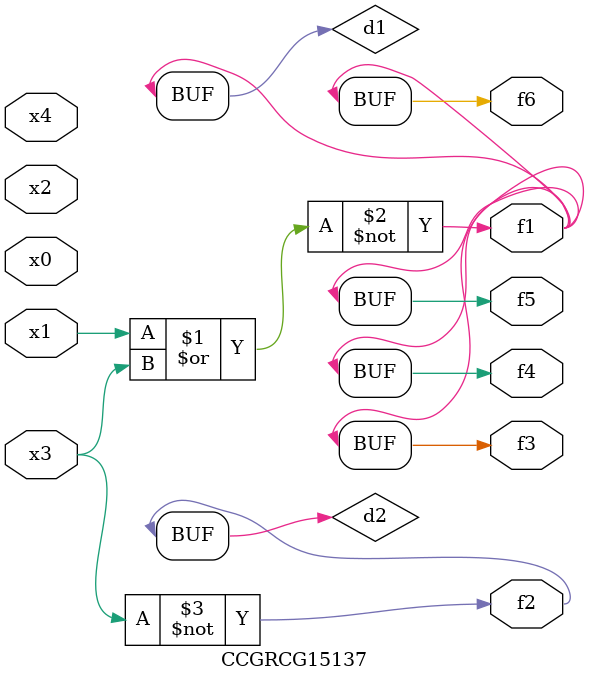
<source format=v>
module CCGRCG15137(
	input x0, x1, x2, x3, x4,
	output f1, f2, f3, f4, f5, f6
);

	wire d1, d2;

	nor (d1, x1, x3);
	not (d2, x3);
	assign f1 = d1;
	assign f2 = d2;
	assign f3 = d1;
	assign f4 = d1;
	assign f5 = d1;
	assign f6 = d1;
endmodule

</source>
